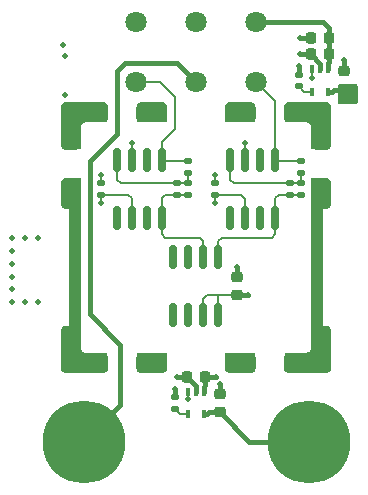
<source format=gbr>
%TF.GenerationSoftware,KiCad,Pcbnew,(5.99.0-12750-ge81b516a82)*%
%TF.CreationDate,2021-11-10T18:22:50+01:00*%
%TF.ProjectId,PrecisionCurrentSource,50726563-6973-4696-9f6e-43757272656e,A*%
%TF.SameCoordinates,Original*%
%TF.FileFunction,Copper,L1,Top*%
%TF.FilePolarity,Positive*%
%FSLAX46Y46*%
G04 Gerber Fmt 4.6, Leading zero omitted, Abs format (unit mm)*
G04 Created by KiCad (PCBNEW (5.99.0-12750-ge81b516a82)) date 2021-11-10 18:22:50*
%MOMM*%
%LPD*%
G01*
G04 APERTURE LIST*
G04 Aperture macros list*
%AMRoundRect*
0 Rectangle with rounded corners*
0 $1 Rounding radius*
0 $2 $3 $4 $5 $6 $7 $8 $9 X,Y pos of 4 corners*
0 Add a 4 corners polygon primitive as box body*
4,1,4,$2,$3,$4,$5,$6,$7,$8,$9,$2,$3,0*
0 Add four circle primitives for the rounded corners*
1,1,$1+$1,$2,$3*
1,1,$1+$1,$4,$5*
1,1,$1+$1,$6,$7*
1,1,$1+$1,$8,$9*
0 Add four rect primitives between the rounded corners*
20,1,$1+$1,$2,$3,$4,$5,0*
20,1,$1+$1,$4,$5,$6,$7,0*
20,1,$1+$1,$6,$7,$8,$9,0*
20,1,$1+$1,$8,$9,$2,$3,0*%
G04 Aperture macros list end*
%TA.AperFunction,SMDPad,CuDef*%
%ADD10RoundRect,0.135000X0.185000X-0.135000X0.185000X0.135000X-0.185000X0.135000X-0.185000X-0.135000X0*%
%TD*%
%TA.AperFunction,SMDPad,CuDef*%
%ADD11RoundRect,0.140000X0.170000X-0.140000X0.170000X0.140000X-0.170000X0.140000X-0.170000X-0.140000X0*%
%TD*%
%TA.AperFunction,SMDPad,CuDef*%
%ADD12RoundRect,0.100000X-0.100000X0.225000X-0.100000X-0.225000X0.100000X-0.225000X0.100000X0.225000X0*%
%TD*%
%TA.AperFunction,SMDPad,CuDef*%
%ADD13RoundRect,0.225000X0.225000X0.250000X-0.225000X0.250000X-0.225000X-0.250000X0.225000X-0.250000X0*%
%TD*%
%TA.AperFunction,SMDPad,CuDef*%
%ADD14RoundRect,0.225000X0.250000X-0.225000X0.250000X0.225000X-0.250000X0.225000X-0.250000X-0.225000X0*%
%TD*%
%TA.AperFunction,SMDPad,CuDef*%
%ADD15RoundRect,0.150000X-0.150000X0.825000X-0.150000X-0.825000X0.150000X-0.825000X0.150000X0.825000X0*%
%TD*%
%TA.AperFunction,SMDPad,CuDef*%
%ADD16R,2.600000X1.000000*%
%TD*%
%TA.AperFunction,SMDPad,CuDef*%
%ADD17R,1.000000X2.600000*%
%TD*%
%TA.AperFunction,SMDPad,CuDef*%
%ADD18R,2.300000X1.000000*%
%TD*%
%TA.AperFunction,SMDPad,CuDef*%
%ADD19R,1.000000X2.300000*%
%TD*%
%TA.AperFunction,SMDPad,CuDef*%
%ADD20R,1.000000X1.000000*%
%TD*%
%TA.AperFunction,ComponentPad*%
%ADD21C,7.000000*%
%TD*%
%TA.AperFunction,SMDPad,CuDef*%
%ADD22RoundRect,0.135000X-0.185000X0.135000X-0.185000X-0.135000X0.185000X-0.135000X0.185000X0.135000X0*%
%TD*%
%TA.AperFunction,ComponentPad*%
%ADD23C,1.800000*%
%TD*%
%TA.AperFunction,ViaPad*%
%ADD24C,0.500000*%
%TD*%
%TA.AperFunction,Conductor*%
%ADD25C,1.000000*%
%TD*%
%TA.AperFunction,Conductor*%
%ADD26C,0.200000*%
%TD*%
%TA.AperFunction,Conductor*%
%ADD27C,0.400000*%
%TD*%
G04 APERTURE END LIST*
D10*
%TO.P,R2,1*%
%TO.N,Net-(C4-Pad1)*%
X154900000Y-106610000D03*
%TO.P,R2,2*%
%TO.N,Net-(C4-Pad2)*%
X154900000Y-105590000D03*
%TD*%
D11*
%TO.P,C11,1*%
%TO.N,Net-(C11-Pad1)*%
X144200000Y-124680000D03*
%TO.P,C11,2*%
%TO.N,GND*%
X144200000Y-123720000D03*
%TD*%
D12*
%TO.P,U6,1,IN*%
%TO.N,+BATT*%
X146650000Y-123250000D03*
%TO.P,U6,2,GND*%
%TO.N,GND*%
X146000000Y-123250000D03*
%TO.P,U6,3,EN*%
%TO.N,/PWR_EN*%
X145350000Y-123250000D03*
%TO.P,U6,4,NR*%
%TO.N,Net-(C11-Pad1)*%
X145350000Y-125150000D03*
%TO.P,U6,5,OUT*%
%TO.N,+1V5*%
X146650000Y-125150000D03*
%TD*%
D11*
%TO.P,C5,1*%
%TO.N,+4V5*%
X138000000Y-106580000D03*
%TO.P,C5,2*%
%TO.N,GND*%
X138000000Y-105620000D03*
%TD*%
D13*
%TO.P,C10,1*%
%TO.N,+BATT*%
X146775000Y-122000000D03*
%TO.P,C10,2*%
%TO.N,GND*%
X145225000Y-122000000D03*
%TD*%
D14*
%TO.P,C9,1*%
%TO.N,+4V5*%
X158500000Y-97675000D03*
%TO.P,C9,2*%
%TO.N,GND*%
X158500000Y-96125000D03*
%TD*%
D11*
%TO.P,C8,1*%
%TO.N,Net-(C8-Pad1)*%
X154700000Y-97380000D03*
%TO.P,C8,2*%
%TO.N,GND*%
X154700000Y-96420000D03*
%TD*%
D12*
%TO.P,U5,1,IN*%
%TO.N,+BATT*%
X157150000Y-95950000D03*
%TO.P,U5,2,GND*%
%TO.N,GND*%
X156500000Y-95950000D03*
%TO.P,U5,3,EN*%
%TO.N,/PWR_EN*%
X155850000Y-95950000D03*
%TO.P,U5,4,NR*%
%TO.N,Net-(C8-Pad1)*%
X155850000Y-97850000D03*
%TO.P,U5,5,OUT*%
%TO.N,+4V5*%
X157150000Y-97850000D03*
%TD*%
D15*
%TO.P,U3,1,+*%
%TO.N,Net-(R5-Pad1)*%
X143105000Y-103625000D03*
%TO.P,U3,2,NC*%
%TO.N,unconnected-(U3-Pad2)*%
X141835000Y-103625000D03*
%TO.P,U3,3,V-*%
%TO.N,GND*%
X140565000Y-103625000D03*
%TO.P,U3,4*%
%TO.N,Net-(C6-Pad2)*%
X139295000Y-103625000D03*
%TO.P,U3,5,NC*%
%TO.N,unconnected-(U3-Pad5)*%
X139295000Y-108575000D03*
%TO.P,U3,6,V+*%
%TO.N,+4V5*%
X140565000Y-108575000D03*
%TO.P,U3,7,NC*%
%TO.N,unconnected-(U3-Pad7)*%
X141835000Y-108575000D03*
%TO.P,U3,8,-*%
%TO.N,Net-(C6-Pad1)*%
X143105000Y-108575000D03*
%TD*%
D14*
%TO.P,C13,1*%
%TO.N,+4V5*%
X149500000Y-115075000D03*
%TO.P,C13,2*%
%TO.N,GND*%
X149500000Y-113525000D03*
%TD*%
D11*
%TO.P,C3,1*%
%TO.N,+4V5*%
X147600000Y-106580000D03*
%TO.P,C3,2*%
%TO.N,GND*%
X147600000Y-105620000D03*
%TD*%
D13*
%TO.P,C7,1*%
%TO.N,+BATT*%
X157275000Y-94700000D03*
%TO.P,C7,2*%
%TO.N,GND*%
X155725000Y-94700000D03*
%TD*%
%TO.P,C1,1*%
%TO.N,+BATT*%
X157275000Y-93300000D03*
%TO.P,C1,2*%
%TO.N,GND*%
X155725000Y-93300000D03*
%TD*%
D11*
%TO.P,C4,1*%
%TO.N,Net-(C4-Pad1)*%
X154000000Y-106580000D03*
%TO.P,C4,2*%
%TO.N,Net-(C4-Pad2)*%
X154000000Y-105620000D03*
%TD*%
D15*
%TO.P,U4,1*%
%TO.N,Net-(C4-Pad1)*%
X147905000Y-111825000D03*
%TO.P,U4,2*%
%TO.N,Net-(C6-Pad1)*%
X146635000Y-111825000D03*
%TO.P,U4,3*%
%TO.N,unconnected-(U4-Pad3)*%
X145365000Y-111825000D03*
%TO.P,U4,4*%
%TO.N,unconnected-(U4-Pad4)*%
X144095000Y-111825000D03*
%TO.P,U4,5*%
%TO.N,unconnected-(U4-Pad5)*%
X144095000Y-116775000D03*
%TO.P,U4,6,S*%
%TO.N,unconnected-(U4-Pad6)*%
X145365000Y-116775000D03*
%TO.P,U4,7*%
%TO.N,+4V5*%
X146635000Y-116775000D03*
%TO.P,U4,8*%
X147905000Y-116775000D03*
%TD*%
D14*
%TO.P,C12,1*%
%TO.N,+1V5*%
X148000000Y-124975000D03*
%TO.P,C12,2*%
%TO.N,GND*%
X148000000Y-123425000D03*
%TD*%
D15*
%TO.P,U2,1,+*%
%TO.N,Net-(R3-Pad1)*%
X152705000Y-103625000D03*
%TO.P,U2,2,NC*%
%TO.N,unconnected-(U2-Pad2)*%
X151435000Y-103625000D03*
%TO.P,U2,3,V-*%
%TO.N,GND*%
X150165000Y-103625000D03*
%TO.P,U2,4*%
%TO.N,Net-(C4-Pad2)*%
X148895000Y-103625000D03*
%TO.P,U2,5,NC*%
%TO.N,unconnected-(U2-Pad5)*%
X148895000Y-108575000D03*
%TO.P,U2,6,V+*%
%TO.N,+4V5*%
X150165000Y-108575000D03*
%TO.P,U2,7,NC*%
%TO.N,unconnected-(U2-Pad7)*%
X151435000Y-108575000D03*
%TO.P,U2,8,-*%
%TO.N,Net-(C4-Pad1)*%
X152705000Y-108575000D03*
%TD*%
D16*
%TO.P,J1,1,Shield*%
%TO.N,GND*%
X142250000Y-120450000D03*
D17*
X135750000Y-113950000D03*
D16*
X149750000Y-99950000D03*
X142250000Y-99950000D03*
D18*
X137400000Y-120450000D03*
D17*
X156250000Y-106450000D03*
D19*
X156250000Y-101600000D03*
X156250000Y-118800000D03*
D20*
X156250000Y-99950000D03*
X135750000Y-120450000D03*
X135750000Y-99950000D03*
D18*
X154600000Y-99950000D03*
D20*
X156250000Y-120450000D03*
D18*
X154600000Y-120450000D03*
D17*
X135750000Y-106450000D03*
D18*
X137400000Y-99950000D03*
D19*
X135750000Y-101600000D03*
D17*
X156250000Y-113950000D03*
D19*
X135750000Y-118800000D03*
D16*
X149750000Y-120450000D03*
%TD*%
D21*
%TO.P,H1,1,1*%
%TO.N,+1V5*%
X155550000Y-127500000D03*
%TD*%
D10*
%TO.P,R4,1*%
%TO.N,Net-(C6-Pad1)*%
X145300000Y-106610000D03*
%TO.P,R4,2*%
%TO.N,Net-(C6-Pad2)*%
X145300000Y-105590000D03*
%TD*%
D11*
%TO.P,C6,1*%
%TO.N,Net-(C6-Pad1)*%
X144400000Y-106580000D03*
%TO.P,C6,2*%
%TO.N,Net-(C6-Pad2)*%
X144400000Y-105620000D03*
%TD*%
D21*
%TO.P,H2,1,1*%
%TO.N,Net-(H2-Pad1)*%
X136500000Y-127500000D03*
%TD*%
D22*
%TO.P,R5,1*%
%TO.N,Net-(R5-Pad1)*%
X145300000Y-103690000D03*
%TO.P,R5,2*%
%TO.N,Net-(C6-Pad2)*%
X145300000Y-104710000D03*
%TD*%
%TO.P,R3,1*%
%TO.N,Net-(R3-Pad1)*%
X154900000Y-103690000D03*
%TO.P,R3,2*%
%TO.N,Net-(C4-Pad2)*%
X154900000Y-104710000D03*
%TD*%
D23*
%TO.P,SW1,1,A*%
%TO.N,Net-(R3-Pad1)*%
X151080000Y-97040000D03*
%TO.P,SW1,2,B*%
%TO.N,Net-(H2-Pad1)*%
X146000000Y-97040000D03*
%TO.P,SW1,3,C*%
%TO.N,Net-(R5-Pad1)*%
X140920000Y-97040000D03*
%TO.P,SW1,4,A*%
%TO.N,+BATT*%
X151080000Y-91960000D03*
%TO.P,SW1,5,B*%
%TO.N,Net-(BT1-Pad1)*%
X146000000Y-91960000D03*
%TO.P,SW1,6,C*%
%TO.N,+BATT*%
X140920000Y-91960000D03*
%TD*%
D24*
%TO.N,GND*%
X130400000Y-110200000D03*
X131500000Y-115700000D03*
X144400000Y-122000000D03*
X142800000Y-99100000D03*
X149200000Y-99100000D03*
X147600000Y-104900000D03*
X134900000Y-119900000D03*
X134900000Y-102000000D03*
X136300000Y-99100000D03*
X157100000Y-118400000D03*
X144200000Y-123000000D03*
X157100000Y-107000000D03*
X134900000Y-99100000D03*
X149500000Y-112700000D03*
X155600000Y-99100000D03*
X142800000Y-121300000D03*
X157100000Y-119800000D03*
X130400000Y-113500000D03*
X141700000Y-121300000D03*
X130400000Y-114600000D03*
X141700000Y-99100000D03*
X157100000Y-99100000D03*
X148000000Y-122600000D03*
X154200000Y-121300000D03*
X158500000Y-95200000D03*
X154800000Y-93300000D03*
X155700000Y-121300000D03*
X134870000Y-94850000D03*
X157100000Y-105900000D03*
X134900000Y-100600000D03*
X132600000Y-110200000D03*
X130400000Y-112400000D03*
X130400000Y-115700000D03*
X150300000Y-121300000D03*
X140565000Y-102200000D03*
X134900000Y-118400000D03*
X154700000Y-95700000D03*
X134900000Y-121300000D03*
X138000000Y-104900000D03*
X150300000Y-99100000D03*
X137800000Y-99100000D03*
X134900000Y-105900000D03*
X150165000Y-102200000D03*
X136400000Y-121300000D03*
X157100000Y-102000000D03*
X157100000Y-121300000D03*
X134900000Y-107000000D03*
X154200000Y-99100000D03*
X157100000Y-100500000D03*
X154800000Y-94700000D03*
X130400000Y-111300000D03*
X131500000Y-110200000D03*
X149200000Y-121300000D03*
X137800000Y-121300000D03*
X132600000Y-115700000D03*
X134700000Y-93900000D03*
X134900000Y-98150000D03*
%TO.N,+BATT*%
X147687173Y-121974346D03*
%TO.N,+4V5*%
X159300000Y-97600000D03*
X150400000Y-115075000D03*
X159300000Y-98500000D03*
X138000000Y-107300000D03*
X158400000Y-98500000D03*
X147600000Y-107300000D03*
%TO.N,/PWR_EN*%
X145350000Y-123900000D03*
X155850000Y-96700000D03*
%TD*%
D25*
%TO.N,GND*%
X135750000Y-118800000D02*
X135750000Y-113950000D01*
X135750000Y-113950000D02*
X135750000Y-106450000D01*
D26*
X140565000Y-102200000D02*
X140565000Y-103625000D01*
D25*
X156250000Y-113950000D02*
X156250000Y-118800000D01*
D27*
X155725000Y-93300000D02*
X154800000Y-93300000D01*
X144200000Y-123720000D02*
X144200000Y-123000000D01*
D26*
X138000000Y-104900000D02*
X138000000Y-105620000D01*
D27*
X158500000Y-96125000D02*
X158500000Y-95200000D01*
D26*
X147600000Y-104900000D02*
X147600000Y-105620000D01*
D27*
X154700000Y-96420000D02*
X154700000Y-95700000D01*
X149500000Y-112700000D02*
X149500000Y-113525000D01*
D25*
X156250000Y-113950000D02*
X156250000Y-106450000D01*
D27*
X155725000Y-94700000D02*
X154800000Y-94700000D01*
X146000000Y-123250000D02*
X146000000Y-122775000D01*
X146000000Y-122775000D02*
X145225000Y-122000000D01*
D26*
X150165000Y-102200000D02*
X150165000Y-103625000D01*
D27*
X156500000Y-95475000D02*
X155725000Y-94700000D01*
X148000000Y-123425000D02*
X148000000Y-122600000D01*
X145225000Y-122000000D02*
X144400000Y-122000000D01*
X156500000Y-95950000D02*
X156500000Y-95475000D01*
%TO.N,+BATT*%
X156760000Y-91960000D02*
X157275000Y-92475000D01*
X157275000Y-92475000D02*
X157275000Y-93300000D01*
X157275000Y-93300000D02*
X157275000Y-94700000D01*
X157275000Y-95325000D02*
X157275000Y-94700000D01*
X157150000Y-95950000D02*
X157150000Y-95450000D01*
X151080000Y-91960000D02*
X156760000Y-91960000D01*
X157150000Y-95450000D02*
X157275000Y-95325000D01*
D26*
%TO.N,Net-(C4-Pad1)*%
X153020000Y-106580000D02*
X154000000Y-106580000D01*
X147905000Y-110532500D02*
X148237500Y-110200000D01*
X152705000Y-108575000D02*
X152705000Y-106895000D01*
X148237500Y-110200000D02*
X152400000Y-110200000D01*
X147905000Y-111825000D02*
X147905000Y-110532500D01*
X154870000Y-106580000D02*
X154900000Y-106610000D01*
X152400000Y-110200000D02*
X152705000Y-109895000D01*
X152705000Y-108575000D02*
X152705000Y-109895000D01*
X154000000Y-106580000D02*
X154870000Y-106580000D01*
X152705000Y-106895000D02*
X153020000Y-106580000D01*
%TO.N,Net-(C4-Pad2)*%
X154000000Y-105620000D02*
X154870000Y-105620000D01*
X148895000Y-105295000D02*
X148895000Y-103625000D01*
X149220000Y-105620000D02*
X148895000Y-105295000D01*
X154900000Y-105590000D02*
X154900000Y-104710000D01*
X154000000Y-105620000D02*
X149220000Y-105620000D01*
X154870000Y-105620000D02*
X154900000Y-105590000D01*
%TO.N,Net-(C6-Pad1)*%
X143105000Y-109905000D02*
X143105000Y-108575000D01*
X144400000Y-106580000D02*
X145270000Y-106580000D01*
X146635000Y-111825000D02*
X146635000Y-110535000D01*
X143105000Y-108575000D02*
X143105000Y-106895000D01*
X143105000Y-106895000D02*
X143420000Y-106580000D01*
X143400000Y-110200000D02*
X143105000Y-109905000D01*
X143420000Y-106580000D02*
X144400000Y-106580000D01*
X143105000Y-109895000D02*
X143105000Y-108575000D01*
X146635000Y-110535000D02*
X146300000Y-110200000D01*
X146300000Y-110200000D02*
X143400000Y-110200000D01*
X145270000Y-106580000D02*
X145300000Y-106610000D01*
%TO.N,Net-(C6-Pad2)*%
X139620000Y-105620000D02*
X139295000Y-105295000D01*
X144400000Y-105620000D02*
X145270000Y-105620000D01*
X145270000Y-105620000D02*
X145300000Y-105590000D01*
X139295000Y-105295000D02*
X139295000Y-103625000D01*
X145300000Y-105590000D02*
X145300000Y-104710000D01*
X144400000Y-105620000D02*
X139620000Y-105620000D01*
D27*
%TO.N,+4V5*%
X157725000Y-97675000D02*
X158500000Y-97675000D01*
D26*
X149500000Y-115075000D02*
X147925000Y-115075000D01*
D27*
X157150000Y-97850000D02*
X157550000Y-97850000D01*
D26*
X138000000Y-106580000D02*
X140280000Y-106580000D01*
D27*
%TO.N,+BATT*%
X146650000Y-122850000D02*
X146775000Y-122725000D01*
D26*
%TO.N,+4V5*%
X147925000Y-115075000D02*
X146925000Y-115075000D01*
X140280000Y-106580000D02*
X140565000Y-106865000D01*
D27*
X150400000Y-115075000D02*
X149500000Y-115075000D01*
D26*
X147600000Y-107300000D02*
X147600000Y-106580000D01*
X149845000Y-106580000D02*
X150165000Y-106900000D01*
D27*
%TO.N,+BATT*%
X147661519Y-122000000D02*
X147687173Y-121974346D01*
X146650000Y-123250000D02*
X146650000Y-122850000D01*
X146775000Y-122725000D02*
X146775000Y-122000000D01*
D26*
%TO.N,+4V5*%
X138000000Y-107300000D02*
X138000000Y-106580000D01*
X146925000Y-115075000D02*
X146635000Y-115365000D01*
D27*
X157550000Y-97850000D02*
X157725000Y-97675000D01*
D26*
X140565000Y-106865000D02*
X140565000Y-108575000D01*
X150165000Y-106900000D02*
X150165000Y-108575000D01*
X147905000Y-115095000D02*
X147925000Y-115075000D01*
D27*
%TO.N,+BATT*%
X146775000Y-122000000D02*
X147661519Y-122000000D01*
D26*
%TO.N,+4V5*%
X146635000Y-115365000D02*
X146635000Y-116775000D01*
X147905000Y-116775000D02*
X147905000Y-115095000D01*
X147600000Y-106580000D02*
X149845000Y-106580000D01*
%TO.N,Net-(C8-Pad1)*%
X155170000Y-97850000D02*
X154700000Y-97380000D01*
X155850000Y-97850000D02*
X155170000Y-97850000D01*
%TO.N,Net-(C11-Pad1)*%
X144670000Y-125150000D02*
X144200000Y-124680000D01*
X145350000Y-125150000D02*
X144670000Y-125150000D01*
D27*
%TO.N,+1V5*%
X155550000Y-127500000D02*
X150525000Y-127500000D01*
X146950000Y-125150000D02*
X147125000Y-124975000D01*
X147125000Y-124975000D02*
X148000000Y-124975000D01*
X146650000Y-125150000D02*
X146950000Y-125150000D01*
X150525000Y-127500000D02*
X148000000Y-124975000D01*
%TO.N,Net-(H2-Pad1)*%
X140000000Y-95400000D02*
X144360000Y-95400000D01*
X139300000Y-101400000D02*
X139300000Y-96100000D01*
X144360000Y-95400000D02*
X146000000Y-97040000D01*
X136500000Y-127500000D02*
X139600000Y-124400000D01*
X137000000Y-116700000D02*
X137000000Y-103700000D01*
X137000000Y-103700000D02*
X139300000Y-101400000D01*
X139600000Y-119300000D02*
X137000000Y-116700000D01*
X139600000Y-124400000D02*
X139600000Y-119300000D01*
X139300000Y-96100000D02*
X140000000Y-95400000D01*
D26*
%TO.N,/PWR_EN*%
X155850000Y-95950000D02*
X155850000Y-96700000D01*
X145350000Y-123250000D02*
X145350000Y-123900000D01*
%TO.N,Net-(R3-Pad1)*%
X154900000Y-103690000D02*
X152770000Y-103690000D01*
X152770000Y-103690000D02*
X152705000Y-103625000D01*
X152705000Y-98665000D02*
X151080000Y-97040000D01*
X152705000Y-103625000D02*
X152705000Y-98665000D01*
%TO.N,Net-(R5-Pad1)*%
X144200000Y-101000000D02*
X143105000Y-102095000D01*
X142940000Y-97040000D02*
X144200000Y-98300000D01*
X143105000Y-102095000D02*
X143105000Y-103625000D01*
X144200000Y-98300000D02*
X144200000Y-101000000D01*
X143170000Y-103690000D02*
X143105000Y-103625000D01*
X140920000Y-97040000D02*
X142940000Y-97040000D01*
X145300000Y-103690000D02*
X143170000Y-103690000D01*
%TD*%
%TA.AperFunction,Conductor*%
%TO.N,GND*%
G36*
X143157697Y-98751219D02*
G01*
X143258119Y-98767124D01*
X143287577Y-98776696D01*
X143371142Y-98819275D01*
X143396201Y-98837480D01*
X143462520Y-98903799D01*
X143480725Y-98928858D01*
X143523304Y-99012423D01*
X143532876Y-99041881D01*
X143548781Y-99142303D01*
X143550000Y-99157790D01*
X143550000Y-100042210D01*
X143548781Y-100057697D01*
X143532876Y-100158119D01*
X143523304Y-100187577D01*
X143480725Y-100271142D01*
X143462520Y-100296201D01*
X143396201Y-100362520D01*
X143371142Y-100380725D01*
X143287577Y-100423304D01*
X143258119Y-100432876D01*
X143157697Y-100448781D01*
X143142210Y-100450000D01*
X141357790Y-100450000D01*
X141342303Y-100448781D01*
X141241881Y-100432876D01*
X141212423Y-100423304D01*
X141128858Y-100380725D01*
X141103799Y-100362520D01*
X141037480Y-100296201D01*
X141019275Y-100271142D01*
X140976696Y-100187577D01*
X140967124Y-100158119D01*
X140951219Y-100057697D01*
X140950000Y-100042210D01*
X140950000Y-99157790D01*
X140951219Y-99142303D01*
X140967124Y-99041881D01*
X140976696Y-99012423D01*
X141019275Y-98928858D01*
X141037480Y-98903799D01*
X141103799Y-98837480D01*
X141128858Y-98819275D01*
X141212423Y-98776696D01*
X141241881Y-98767124D01*
X141342303Y-98751219D01*
X141357790Y-98750000D01*
X143142210Y-98750000D01*
X143157697Y-98751219D01*
G37*
%TD.AperFunction*%
%TD*%
%TA.AperFunction,Conductor*%
%TO.N,GND*%
G36*
X150657697Y-119951219D02*
G01*
X150758119Y-119967124D01*
X150787577Y-119976696D01*
X150871142Y-120019275D01*
X150896201Y-120037480D01*
X150962520Y-120103799D01*
X150980725Y-120128858D01*
X151023304Y-120212423D01*
X151032876Y-120241881D01*
X151048781Y-120342303D01*
X151050000Y-120357790D01*
X151050000Y-121242210D01*
X151048781Y-121257697D01*
X151032876Y-121358119D01*
X151023304Y-121387577D01*
X150980725Y-121471142D01*
X150962520Y-121496201D01*
X150896201Y-121562520D01*
X150871142Y-121580725D01*
X150787577Y-121623304D01*
X150758119Y-121632876D01*
X150657697Y-121648781D01*
X150642210Y-121650000D01*
X148857790Y-121650000D01*
X148842303Y-121648781D01*
X148741881Y-121632876D01*
X148712423Y-121623304D01*
X148628858Y-121580725D01*
X148603799Y-121562520D01*
X148537480Y-121496201D01*
X148519275Y-121471142D01*
X148476696Y-121387577D01*
X148467124Y-121358119D01*
X148451219Y-121257697D01*
X148450000Y-121242210D01*
X148450000Y-120357790D01*
X148451219Y-120342303D01*
X148467124Y-120241881D01*
X148476696Y-120212423D01*
X148519275Y-120128858D01*
X148537480Y-120103799D01*
X148603799Y-120037480D01*
X148628858Y-120019275D01*
X148712423Y-119976696D01*
X148741881Y-119967124D01*
X148842303Y-119951219D01*
X148857790Y-119950000D01*
X150642210Y-119950000D01*
X150657697Y-119951219D01*
G37*
%TD.AperFunction*%
%TD*%
%TA.AperFunction,Conductor*%
%TO.N,GND*%
G36*
X135857697Y-105151219D02*
G01*
X135958119Y-105167124D01*
X135987577Y-105176696D01*
X136071142Y-105219275D01*
X136096201Y-105237480D01*
X136162520Y-105303799D01*
X136180725Y-105328858D01*
X136223304Y-105412423D01*
X136232876Y-105441881D01*
X136248781Y-105542303D01*
X136250000Y-105557790D01*
X136250000Y-107342210D01*
X136248781Y-107357697D01*
X136232876Y-107458119D01*
X136223304Y-107487577D01*
X136180725Y-107571142D01*
X136162520Y-107596201D01*
X136096201Y-107662520D01*
X136071142Y-107680725D01*
X135987577Y-107723304D01*
X135958119Y-107732876D01*
X135857697Y-107748781D01*
X135842210Y-107750000D01*
X134957790Y-107750000D01*
X134942303Y-107748781D01*
X134841881Y-107732876D01*
X134812423Y-107723304D01*
X134728858Y-107680725D01*
X134703799Y-107662520D01*
X134637480Y-107596201D01*
X134619275Y-107571142D01*
X134576696Y-107487577D01*
X134567124Y-107458119D01*
X134551219Y-107357697D01*
X134550000Y-107342210D01*
X134550000Y-105557790D01*
X134551219Y-105542303D01*
X134567124Y-105441881D01*
X134576696Y-105412423D01*
X134619275Y-105328858D01*
X134637480Y-105303799D01*
X134703799Y-105237480D01*
X134728858Y-105219275D01*
X134812423Y-105176696D01*
X134841881Y-105167124D01*
X134942303Y-105151219D01*
X134957790Y-105150000D01*
X135842210Y-105150000D01*
X135857697Y-105151219D01*
G37*
%TD.AperFunction*%
%TD*%
%TA.AperFunction,Conductor*%
%TO.N,GND*%
G36*
X138157697Y-98751219D02*
G01*
X138258119Y-98767124D01*
X138287577Y-98776696D01*
X138371142Y-98819275D01*
X138396201Y-98837480D01*
X138462520Y-98903799D01*
X138480725Y-98928858D01*
X138523304Y-99012423D01*
X138532876Y-99041881D01*
X138548781Y-99142303D01*
X138550000Y-99157790D01*
X138550000Y-100042210D01*
X138548781Y-100057697D01*
X138532876Y-100158119D01*
X138523304Y-100187577D01*
X138480725Y-100271142D01*
X138462520Y-100296201D01*
X138396201Y-100362520D01*
X138371142Y-100380725D01*
X138287577Y-100423304D01*
X138258119Y-100432876D01*
X138157697Y-100448781D01*
X138142210Y-100450000D01*
X136650000Y-100450000D01*
X136646156Y-100450609D01*
X136646154Y-100450609D01*
X136534088Y-100468358D01*
X136534086Y-100468359D01*
X136526393Y-100469577D01*
X136519454Y-100473113D01*
X136519453Y-100473113D01*
X136421825Y-100522857D01*
X136421823Y-100522858D01*
X136414886Y-100526393D01*
X136326393Y-100614886D01*
X136269577Y-100726393D01*
X136250000Y-100850000D01*
X136250000Y-102342210D01*
X136248781Y-102357697D01*
X136232876Y-102458119D01*
X136223304Y-102487577D01*
X136180725Y-102571142D01*
X136162520Y-102596201D01*
X136096201Y-102662520D01*
X136071142Y-102680725D01*
X135987577Y-102723304D01*
X135958119Y-102732876D01*
X135857697Y-102748781D01*
X135842210Y-102750000D01*
X134957790Y-102750000D01*
X134942303Y-102748781D01*
X134841881Y-102732876D01*
X134812423Y-102723304D01*
X134728858Y-102680725D01*
X134703799Y-102662520D01*
X134637480Y-102596201D01*
X134619275Y-102571142D01*
X134576696Y-102487577D01*
X134567124Y-102458119D01*
X134551219Y-102357697D01*
X134550000Y-102342210D01*
X134550000Y-99157790D01*
X134551219Y-99142303D01*
X134567124Y-99041881D01*
X134576696Y-99012423D01*
X134619275Y-98928858D01*
X134637480Y-98903799D01*
X134703799Y-98837480D01*
X134728858Y-98819275D01*
X134812423Y-98776696D01*
X134841881Y-98767124D01*
X134942303Y-98751219D01*
X134957790Y-98750000D01*
X138142210Y-98750000D01*
X138157697Y-98751219D01*
G37*
%TD.AperFunction*%
%TD*%
%TA.AperFunction,Conductor*%
%TO.N,GND*%
G36*
X157057697Y-117651219D02*
G01*
X157158119Y-117667124D01*
X157187577Y-117676696D01*
X157271142Y-117719275D01*
X157296201Y-117737480D01*
X157362520Y-117803799D01*
X157380725Y-117828858D01*
X157423304Y-117912423D01*
X157432876Y-117941881D01*
X157448781Y-118042303D01*
X157450000Y-118057790D01*
X157450000Y-121242210D01*
X157448781Y-121257697D01*
X157432876Y-121358119D01*
X157423304Y-121387577D01*
X157380725Y-121471142D01*
X157362520Y-121496201D01*
X157296201Y-121562520D01*
X157271142Y-121580725D01*
X157187577Y-121623304D01*
X157158119Y-121632876D01*
X157057697Y-121648781D01*
X157042210Y-121650000D01*
X153857790Y-121650000D01*
X153842303Y-121648781D01*
X153741881Y-121632876D01*
X153712423Y-121623304D01*
X153628858Y-121580725D01*
X153603799Y-121562520D01*
X153537480Y-121496201D01*
X153519275Y-121471142D01*
X153476696Y-121387577D01*
X153467124Y-121358119D01*
X153451219Y-121257697D01*
X153450000Y-121242210D01*
X153450000Y-120357790D01*
X153451219Y-120342303D01*
X153467124Y-120241881D01*
X153476696Y-120212423D01*
X153519275Y-120128858D01*
X153537480Y-120103799D01*
X153603799Y-120037480D01*
X153628858Y-120019275D01*
X153712423Y-119976696D01*
X153741881Y-119967124D01*
X153842303Y-119951219D01*
X153857790Y-119950000D01*
X155350000Y-119950000D01*
X155353844Y-119949391D01*
X155353846Y-119949391D01*
X155465912Y-119931642D01*
X155465914Y-119931641D01*
X155473607Y-119930423D01*
X155480547Y-119926887D01*
X155578175Y-119877143D01*
X155578177Y-119877142D01*
X155585114Y-119873607D01*
X155673607Y-119785114D01*
X155730423Y-119673607D01*
X155750000Y-119550000D01*
X155750000Y-118057790D01*
X155751219Y-118042303D01*
X155767124Y-117941881D01*
X155776696Y-117912423D01*
X155819275Y-117828858D01*
X155837480Y-117803799D01*
X155903799Y-117737480D01*
X155928858Y-117719275D01*
X156012423Y-117676696D01*
X156041881Y-117667124D01*
X156142303Y-117651219D01*
X156157790Y-117650000D01*
X157042210Y-117650000D01*
X157057697Y-117651219D01*
G37*
%TD.AperFunction*%
%TD*%
%TA.AperFunction,Conductor*%
%TO.N,GND*%
G36*
X143157697Y-119951219D02*
G01*
X143258119Y-119967124D01*
X143287577Y-119976696D01*
X143371142Y-120019275D01*
X143396201Y-120037480D01*
X143462520Y-120103799D01*
X143480725Y-120128858D01*
X143523304Y-120212423D01*
X143532876Y-120241881D01*
X143548781Y-120342303D01*
X143550000Y-120357790D01*
X143550000Y-121242210D01*
X143548781Y-121257697D01*
X143532876Y-121358119D01*
X143523304Y-121387577D01*
X143480725Y-121471142D01*
X143462520Y-121496201D01*
X143396201Y-121562520D01*
X143371142Y-121580725D01*
X143287577Y-121623304D01*
X143258119Y-121632876D01*
X143157697Y-121648781D01*
X143142210Y-121650000D01*
X141357790Y-121650000D01*
X141342303Y-121648781D01*
X141241881Y-121632876D01*
X141212423Y-121623304D01*
X141128858Y-121580725D01*
X141103799Y-121562520D01*
X141037480Y-121496201D01*
X141019275Y-121471142D01*
X140976696Y-121387577D01*
X140967124Y-121358119D01*
X140951219Y-121257697D01*
X140950000Y-121242210D01*
X140950000Y-120357790D01*
X140951219Y-120342303D01*
X140967124Y-120241881D01*
X140976696Y-120212423D01*
X141019275Y-120128858D01*
X141037480Y-120103799D01*
X141103799Y-120037480D01*
X141128858Y-120019275D01*
X141212423Y-119976696D01*
X141241881Y-119967124D01*
X141342303Y-119951219D01*
X141357790Y-119950000D01*
X143142210Y-119950000D01*
X143157697Y-119951219D01*
G37*
%TD.AperFunction*%
%TD*%
%TA.AperFunction,Conductor*%
%TO.N,GND*%
G36*
X157057697Y-98751219D02*
G01*
X157158119Y-98767124D01*
X157187577Y-98776696D01*
X157271142Y-98819275D01*
X157296201Y-98837480D01*
X157362520Y-98903799D01*
X157380725Y-98928858D01*
X157423304Y-99012423D01*
X157432876Y-99041881D01*
X157448781Y-99142303D01*
X157450000Y-99157790D01*
X157450000Y-102342210D01*
X157448781Y-102357697D01*
X157432876Y-102458119D01*
X157423304Y-102487577D01*
X157380725Y-102571142D01*
X157362520Y-102596201D01*
X157296201Y-102662520D01*
X157271142Y-102680725D01*
X157187577Y-102723304D01*
X157158119Y-102732876D01*
X157057697Y-102748781D01*
X157042210Y-102750000D01*
X156157790Y-102750000D01*
X156142303Y-102748781D01*
X156041881Y-102732876D01*
X156012423Y-102723304D01*
X155928858Y-102680725D01*
X155903799Y-102662520D01*
X155837480Y-102596201D01*
X155819275Y-102571142D01*
X155776696Y-102487577D01*
X155767124Y-102458119D01*
X155751219Y-102357697D01*
X155750000Y-102342210D01*
X155750000Y-100850000D01*
X155730423Y-100726393D01*
X155673607Y-100614886D01*
X155585114Y-100526393D01*
X155578177Y-100522858D01*
X155578175Y-100522857D01*
X155480547Y-100473113D01*
X155480546Y-100473113D01*
X155473607Y-100469577D01*
X155465914Y-100468359D01*
X155465912Y-100468358D01*
X155353846Y-100450609D01*
X155353844Y-100450609D01*
X155350000Y-100450000D01*
X153857790Y-100450000D01*
X153842303Y-100448781D01*
X153741881Y-100432876D01*
X153712423Y-100423304D01*
X153628858Y-100380725D01*
X153603799Y-100362520D01*
X153537480Y-100296201D01*
X153519275Y-100271142D01*
X153476696Y-100187577D01*
X153467124Y-100158119D01*
X153451219Y-100057697D01*
X153450000Y-100042210D01*
X153450000Y-99157790D01*
X153451219Y-99142303D01*
X153467124Y-99041881D01*
X153476696Y-99012423D01*
X153519275Y-98928858D01*
X153537480Y-98903799D01*
X153603799Y-98837480D01*
X153628858Y-98819275D01*
X153712423Y-98776696D01*
X153741881Y-98767124D01*
X153842303Y-98751219D01*
X153857790Y-98750000D01*
X157042210Y-98750000D01*
X157057697Y-98751219D01*
G37*
%TD.AperFunction*%
%TD*%
%TA.AperFunction,Conductor*%
%TO.N,GND*%
G36*
X157057697Y-105151219D02*
G01*
X157158119Y-105167124D01*
X157187577Y-105176696D01*
X157271142Y-105219275D01*
X157296201Y-105237480D01*
X157362520Y-105303799D01*
X157380725Y-105328858D01*
X157423304Y-105412423D01*
X157432876Y-105441881D01*
X157448781Y-105542303D01*
X157450000Y-105557790D01*
X157450000Y-107342210D01*
X157448781Y-107357697D01*
X157432876Y-107458119D01*
X157423304Y-107487577D01*
X157380725Y-107571142D01*
X157362520Y-107596201D01*
X157296201Y-107662520D01*
X157271142Y-107680725D01*
X157187577Y-107723304D01*
X157158119Y-107732876D01*
X157057697Y-107748781D01*
X157042210Y-107750000D01*
X156157790Y-107750000D01*
X156142303Y-107748781D01*
X156041881Y-107732876D01*
X156012423Y-107723304D01*
X155928858Y-107680725D01*
X155903799Y-107662520D01*
X155837480Y-107596201D01*
X155819275Y-107571142D01*
X155776696Y-107487577D01*
X155767124Y-107458119D01*
X155751219Y-107357697D01*
X155750000Y-107342210D01*
X155750000Y-105557790D01*
X155751219Y-105542303D01*
X155767124Y-105441881D01*
X155776696Y-105412423D01*
X155819275Y-105328858D01*
X155837480Y-105303799D01*
X155903799Y-105237480D01*
X155928858Y-105219275D01*
X156012423Y-105176696D01*
X156041881Y-105167124D01*
X156142303Y-105151219D01*
X156157790Y-105150000D01*
X157042210Y-105150000D01*
X157057697Y-105151219D01*
G37*
%TD.AperFunction*%
%TD*%
%TA.AperFunction,Conductor*%
%TO.N,GND*%
G36*
X135857697Y-117651219D02*
G01*
X135958119Y-117667124D01*
X135987577Y-117676696D01*
X136071142Y-117719275D01*
X136096201Y-117737480D01*
X136162520Y-117803799D01*
X136180725Y-117828858D01*
X136223304Y-117912423D01*
X136232876Y-117941881D01*
X136248781Y-118042303D01*
X136250000Y-118057790D01*
X136250000Y-119550000D01*
X136269577Y-119673607D01*
X136326393Y-119785114D01*
X136414886Y-119873607D01*
X136421823Y-119877142D01*
X136421825Y-119877143D01*
X136519453Y-119926887D01*
X136526393Y-119930423D01*
X136534086Y-119931641D01*
X136534088Y-119931642D01*
X136646154Y-119949391D01*
X136646156Y-119949391D01*
X136650000Y-119950000D01*
X138142210Y-119950000D01*
X138157697Y-119951219D01*
X138258119Y-119967124D01*
X138287577Y-119976696D01*
X138371142Y-120019275D01*
X138396201Y-120037480D01*
X138462520Y-120103799D01*
X138480725Y-120128858D01*
X138523304Y-120212423D01*
X138532876Y-120241881D01*
X138548781Y-120342303D01*
X138550000Y-120357790D01*
X138550000Y-121242210D01*
X138548781Y-121257697D01*
X138532876Y-121358119D01*
X138523304Y-121387577D01*
X138480725Y-121471142D01*
X138462520Y-121496201D01*
X138396201Y-121562520D01*
X138371142Y-121580725D01*
X138287577Y-121623304D01*
X138258119Y-121632876D01*
X138157697Y-121648781D01*
X138142210Y-121650000D01*
X134957790Y-121650000D01*
X134942303Y-121648781D01*
X134841881Y-121632876D01*
X134812423Y-121623304D01*
X134728858Y-121580725D01*
X134703799Y-121562520D01*
X134637480Y-121496201D01*
X134619275Y-121471142D01*
X134576696Y-121387577D01*
X134567124Y-121358119D01*
X134551219Y-121257697D01*
X134550000Y-121242210D01*
X134550000Y-118057790D01*
X134551219Y-118042303D01*
X134567124Y-117941881D01*
X134576696Y-117912423D01*
X134619275Y-117828858D01*
X134637480Y-117803799D01*
X134703799Y-117737480D01*
X134728858Y-117719275D01*
X134812423Y-117676696D01*
X134841881Y-117667124D01*
X134942303Y-117651219D01*
X134957790Y-117650000D01*
X135842210Y-117650000D01*
X135857697Y-117651219D01*
G37*
%TD.AperFunction*%
%TD*%
%TA.AperFunction,Conductor*%
%TO.N,+4V5*%
G36*
X159509561Y-97201902D02*
G01*
X159531978Y-97206361D01*
X159557224Y-97211382D01*
X159592910Y-97226164D01*
X159625050Y-97247640D01*
X159652360Y-97274950D01*
X159673836Y-97307090D01*
X159688618Y-97342777D01*
X159698098Y-97390439D01*
X159700000Y-97409752D01*
X159700000Y-98690248D01*
X159698098Y-98709561D01*
X159688618Y-98757223D01*
X159673836Y-98792910D01*
X159652360Y-98825050D01*
X159625050Y-98852360D01*
X159592910Y-98873836D01*
X159557224Y-98888618D01*
X159531978Y-98893639D01*
X159509561Y-98898098D01*
X159490248Y-98900000D01*
X158209752Y-98900000D01*
X158190439Y-98898098D01*
X158168022Y-98893639D01*
X158142776Y-98888618D01*
X158107090Y-98873836D01*
X158074950Y-98852360D01*
X158047640Y-98825050D01*
X158026164Y-98792910D01*
X158011382Y-98757223D01*
X158001902Y-98709561D01*
X158000000Y-98690248D01*
X158000000Y-97409752D01*
X158001902Y-97390439D01*
X158011382Y-97342777D01*
X158026164Y-97307090D01*
X158047640Y-97274950D01*
X158074950Y-97247640D01*
X158107090Y-97226164D01*
X158142776Y-97211382D01*
X158168022Y-97206361D01*
X158190439Y-97201902D01*
X158209752Y-97200000D01*
X159490248Y-97200000D01*
X159509561Y-97201902D01*
G37*
%TD.AperFunction*%
%TD*%
%TA.AperFunction,Conductor*%
%TO.N,GND*%
G36*
X150657697Y-98751219D02*
G01*
X150758119Y-98767124D01*
X150787577Y-98776696D01*
X150871142Y-98819275D01*
X150896201Y-98837480D01*
X150962520Y-98903799D01*
X150980725Y-98928858D01*
X151023304Y-99012423D01*
X151032876Y-99041881D01*
X151048781Y-99142303D01*
X151050000Y-99157790D01*
X151050000Y-100042210D01*
X151048781Y-100057697D01*
X151032876Y-100158119D01*
X151023304Y-100187577D01*
X150980725Y-100271142D01*
X150962520Y-100296201D01*
X150896201Y-100362520D01*
X150871142Y-100380725D01*
X150787577Y-100423304D01*
X150758119Y-100432876D01*
X150657697Y-100448781D01*
X150642210Y-100450000D01*
X148857790Y-100450000D01*
X148842303Y-100448781D01*
X148741881Y-100432876D01*
X148712423Y-100423304D01*
X148628858Y-100380725D01*
X148603799Y-100362520D01*
X148537480Y-100296201D01*
X148519275Y-100271142D01*
X148476696Y-100187577D01*
X148467124Y-100158119D01*
X148451219Y-100057697D01*
X148450000Y-100042210D01*
X148450000Y-99157790D01*
X148451219Y-99142303D01*
X148467124Y-99041881D01*
X148476696Y-99012423D01*
X148519275Y-98928858D01*
X148537480Y-98903799D01*
X148603799Y-98837480D01*
X148628858Y-98819275D01*
X148712423Y-98776696D01*
X148741881Y-98767124D01*
X148842303Y-98751219D01*
X148857790Y-98750000D01*
X150642210Y-98750000D01*
X150657697Y-98751219D01*
G37*
%TD.AperFunction*%
%TD*%
M02*

</source>
